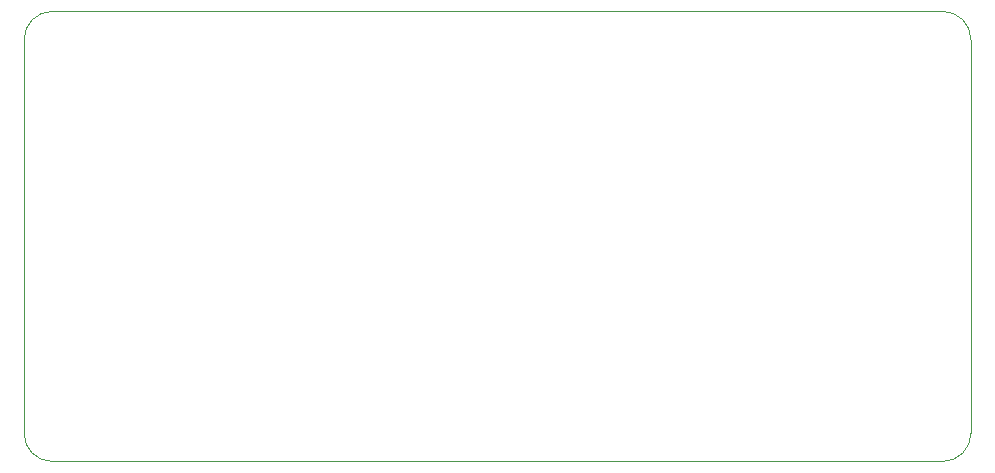
<source format=gm1>
G04 #@! TF.GenerationSoftware,KiCad,Pcbnew,(6.0.8-1)-1*
G04 #@! TF.CreationDate,2022-10-31T00:23:31-07:00*
G04 #@! TF.ProjectId,hayabusa04,68617961-6275-4736-9130-342e6b696361,rev?*
G04 #@! TF.SameCoordinates,Original*
G04 #@! TF.FileFunction,Profile,NP*
%FSLAX46Y46*%
G04 Gerber Fmt 4.6, Leading zero omitted, Abs format (unit mm)*
G04 Created by KiCad (PCBNEW (6.0.8-1)-1) date 2022-10-31 00:23:31*
%MOMM*%
%LPD*%
G01*
G04 APERTURE LIST*
G04 #@! TA.AperFunction,Profile*
%ADD10C,0.050000*%
G04 #@! TD*
G04 APERTURE END LIST*
D10*
X111913317Y-57943750D02*
X111913317Y-91281250D01*
X189706250Y-55562500D02*
X114294567Y-55562500D01*
X189706250Y-93662500D02*
G75*
G03*
X192087500Y-91281250I-50J2381300D01*
G01*
X192087500Y-57943750D02*
X192087500Y-91281250D01*
X192087500Y-57943750D02*
G75*
G03*
X189706250Y-55562500I-2381300J-50D01*
G01*
X114294567Y-55562417D02*
G75*
G03*
X111913317Y-57943750I133J-2381383D01*
G01*
X111913300Y-91281250D02*
G75*
G03*
X114294567Y-93662500I2381200J-50D01*
G01*
X189706250Y-93662500D02*
X114294567Y-93662500D01*
M02*

</source>
